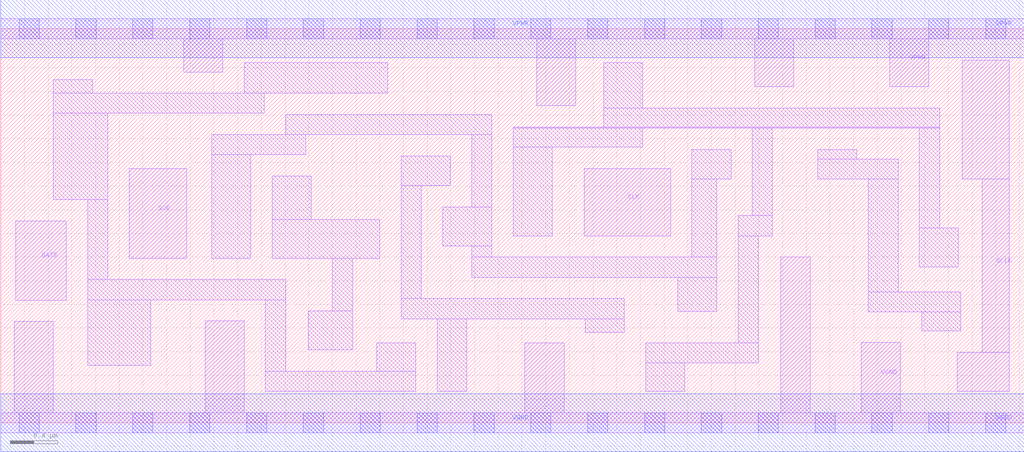
<source format=lef>
# Copyright 2020 The SkyWater PDK Authors
#
# Licensed under the Apache License, Version 2.0 (the "License");
# you may not use this file except in compliance with the License.
# You may obtain a copy of the License at
#
#     https://www.apache.org/licenses/LICENSE-2.0
#
# Unless required by applicable law or agreed to in writing, software
# distributed under the License is distributed on an "AS IS" BASIS,
# WITHOUT WARRANTIES OR CONDITIONS OF ANY KIND, either express or implied.
# See the License for the specific language governing permissions and
# limitations under the License.
#
# SPDX-License-Identifier: Apache-2.0

VERSION 5.7 ;
  NAMESCASESENSITIVE ON ;
  NOWIREEXTENSIONATPIN ON ;
  DIVIDERCHAR "/" ;
  BUSBITCHARS "[]" ;
UNITS
  DATABASE MICRONS 200 ;
END UNITS
MACRO sky130_fd_sc_lp__sdlclkp_lp
  CLASS CORE ;
  SOURCE USER ;
  FOREIGN sky130_fd_sc_lp__sdlclkp_lp ;
  ORIGIN  0.000000  0.000000 ;
  SIZE  8.640000 BY  3.330000 ;
  SYMMETRY X Y R90 ;
  SITE unit ;
  PIN GATE
    ANTENNAGATEAREA  0.376000 ;
    DIRECTION INPUT ;
    USE SIGNAL ;
    PORT
      LAYER li1 ;
        RECT 0.125000 1.035000 0.555000 1.705000 ;
    END
  END GATE
  PIN GCLK
    ANTENNADIFFAREA  0.404700 ;
    DIRECTION OUTPUT ;
    USE SIGNAL ;
    PORT
      LAYER li1 ;
        RECT 8.075000 0.265000 8.515000 0.595000 ;
        RECT 8.115000 2.060000 8.515000 3.065000 ;
        RECT 8.285000 0.595000 8.515000 2.060000 ;
    END
  END GCLK
  PIN SCE
    ANTENNAGATEAREA  0.376000 ;
    DIRECTION INPUT ;
    USE SIGNAL ;
    PORT
      LAYER li1 ;
        RECT 1.085000 1.390000 1.570000 2.150000 ;
    END
  END SCE
  PIN CLK
    ANTENNAGATEAREA  0.689000 ;
    DIRECTION INPUT ;
    USE CLOCK ;
    PORT
      LAYER li1 ;
        RECT 4.925000 1.580000 5.655000 2.150000 ;
    END
  END CLK
  PIN VGND
    DIRECTION INOUT ;
    USE GROUND ;
    PORT
      LAYER li1 ;
        RECT 0.000000 -0.085000 8.640000 0.085000 ;
        RECT 0.115000  0.085000 0.445000 0.855000 ;
        RECT 1.725000  0.085000 2.055000 0.860000 ;
        RECT 4.425000  0.085000 4.755000 0.675000 ;
        RECT 6.585000  0.085000 6.835000 1.400000 ;
        RECT 7.265000  0.085000 7.595000 0.680000 ;
      LAYER mcon ;
        RECT 0.155000 -0.085000 0.325000 0.085000 ;
        RECT 0.635000 -0.085000 0.805000 0.085000 ;
        RECT 1.115000 -0.085000 1.285000 0.085000 ;
        RECT 1.595000 -0.085000 1.765000 0.085000 ;
        RECT 2.075000 -0.085000 2.245000 0.085000 ;
        RECT 2.555000 -0.085000 2.725000 0.085000 ;
        RECT 3.035000 -0.085000 3.205000 0.085000 ;
        RECT 3.515000 -0.085000 3.685000 0.085000 ;
        RECT 3.995000 -0.085000 4.165000 0.085000 ;
        RECT 4.475000 -0.085000 4.645000 0.085000 ;
        RECT 4.955000 -0.085000 5.125000 0.085000 ;
        RECT 5.435000 -0.085000 5.605000 0.085000 ;
        RECT 5.915000 -0.085000 6.085000 0.085000 ;
        RECT 6.395000 -0.085000 6.565000 0.085000 ;
        RECT 6.875000 -0.085000 7.045000 0.085000 ;
        RECT 7.355000 -0.085000 7.525000 0.085000 ;
        RECT 7.835000 -0.085000 8.005000 0.085000 ;
        RECT 8.315000 -0.085000 8.485000 0.085000 ;
      LAYER met1 ;
        RECT 0.000000 -0.245000 8.640000 0.245000 ;
    END
  END VGND
  PIN VPWR
    DIRECTION INOUT ;
    USE POWER ;
    PORT
      LAYER li1 ;
        RECT 0.000000 3.245000 8.640000 3.415000 ;
        RECT 1.545000 2.965000 1.875000 3.245000 ;
        RECT 4.525000 2.680000 4.855000 3.245000 ;
        RECT 6.365000 2.840000 6.695000 3.245000 ;
        RECT 7.505000 2.840000 7.835000 3.245000 ;
      LAYER mcon ;
        RECT 0.155000 3.245000 0.325000 3.415000 ;
        RECT 0.635000 3.245000 0.805000 3.415000 ;
        RECT 1.115000 3.245000 1.285000 3.415000 ;
        RECT 1.595000 3.245000 1.765000 3.415000 ;
        RECT 2.075000 3.245000 2.245000 3.415000 ;
        RECT 2.555000 3.245000 2.725000 3.415000 ;
        RECT 3.035000 3.245000 3.205000 3.415000 ;
        RECT 3.515000 3.245000 3.685000 3.415000 ;
        RECT 3.995000 3.245000 4.165000 3.415000 ;
        RECT 4.475000 3.245000 4.645000 3.415000 ;
        RECT 4.955000 3.245000 5.125000 3.415000 ;
        RECT 5.435000 3.245000 5.605000 3.415000 ;
        RECT 5.915000 3.245000 6.085000 3.415000 ;
        RECT 6.395000 3.245000 6.565000 3.415000 ;
        RECT 6.875000 3.245000 7.045000 3.415000 ;
        RECT 7.355000 3.245000 7.525000 3.415000 ;
        RECT 7.835000 3.245000 8.005000 3.415000 ;
        RECT 8.315000 3.245000 8.485000 3.415000 ;
      LAYER met1 ;
        RECT 0.000000 3.085000 8.640000 3.575000 ;
    END
  END VPWR
  OBS
    LAYER li1 ;
      RECT 0.445000 1.885000 0.905000 2.615000 ;
      RECT 0.445000 2.615000 2.225000 2.785000 ;
      RECT 0.445000 2.785000 0.775000 2.900000 ;
      RECT 0.735000 0.485000 1.265000 1.040000 ;
      RECT 0.735000 1.040000 2.405000 1.210000 ;
      RECT 0.735000 1.210000 0.905000 1.885000 ;
      RECT 1.780000 1.390000 2.110000 2.265000 ;
      RECT 1.780000 2.265000 2.575000 2.435000 ;
      RECT 2.055000 2.785000 3.265000 3.045000 ;
      RECT 2.235000 0.265000 3.505000 0.435000 ;
      RECT 2.235000 0.435000 2.405000 1.040000 ;
      RECT 2.290000 1.390000 3.200000 1.720000 ;
      RECT 2.290000 1.720000 2.620000 2.085000 ;
      RECT 2.405000 2.435000 4.145000 2.605000 ;
      RECT 2.595000 0.615000 2.970000 0.945000 ;
      RECT 2.800000 0.945000 2.970000 1.390000 ;
      RECT 3.175000 0.435000 3.505000 0.675000 ;
      RECT 3.380000 0.880000 5.265000 1.050000 ;
      RECT 3.380000 1.050000 3.550000 2.005000 ;
      RECT 3.380000 2.005000 3.795000 2.255000 ;
      RECT 3.685000 0.265000 3.935000 0.880000 ;
      RECT 3.730000 1.495000 4.145000 1.825000 ;
      RECT 3.975000 1.230000 6.045000 1.400000 ;
      RECT 3.975000 1.400000 4.145000 1.495000 ;
      RECT 3.975000 1.825000 4.145000 2.435000 ;
      RECT 4.325000 1.580000 4.655000 2.330000 ;
      RECT 4.325000 2.330000 5.420000 2.490000 ;
      RECT 4.325000 2.490000 7.925000 2.500000 ;
      RECT 4.935000 0.765000 5.265000 0.880000 ;
      RECT 5.090000 2.500000 7.925000 2.660000 ;
      RECT 5.090000 2.660000 5.420000 3.045000 ;
      RECT 5.445000 0.265000 5.775000 0.505000 ;
      RECT 5.445000 0.505000 6.395000 0.675000 ;
      RECT 5.715000 0.940000 6.045000 1.230000 ;
      RECT 5.835000 1.400000 6.045000 2.060000 ;
      RECT 5.835000 2.060000 6.165000 2.310000 ;
      RECT 6.225000 0.675000 6.395000 1.580000 ;
      RECT 6.225000 1.580000 6.515000 1.750000 ;
      RECT 6.345000 1.750000 6.515000 2.490000 ;
      RECT 6.895000 2.060000 7.575000 2.230000 ;
      RECT 6.895000 2.230000 7.225000 2.310000 ;
      RECT 7.325000 0.935000 8.105000 1.105000 ;
      RECT 7.325000 1.105000 7.575000 2.060000 ;
      RECT 7.755000 1.315000 8.085000 1.645000 ;
      RECT 7.755000 1.645000 7.925000 2.490000 ;
      RECT 7.775000 0.775000 8.105000 0.935000 ;
  END
END sky130_fd_sc_lp__sdlclkp_lp

</source>
